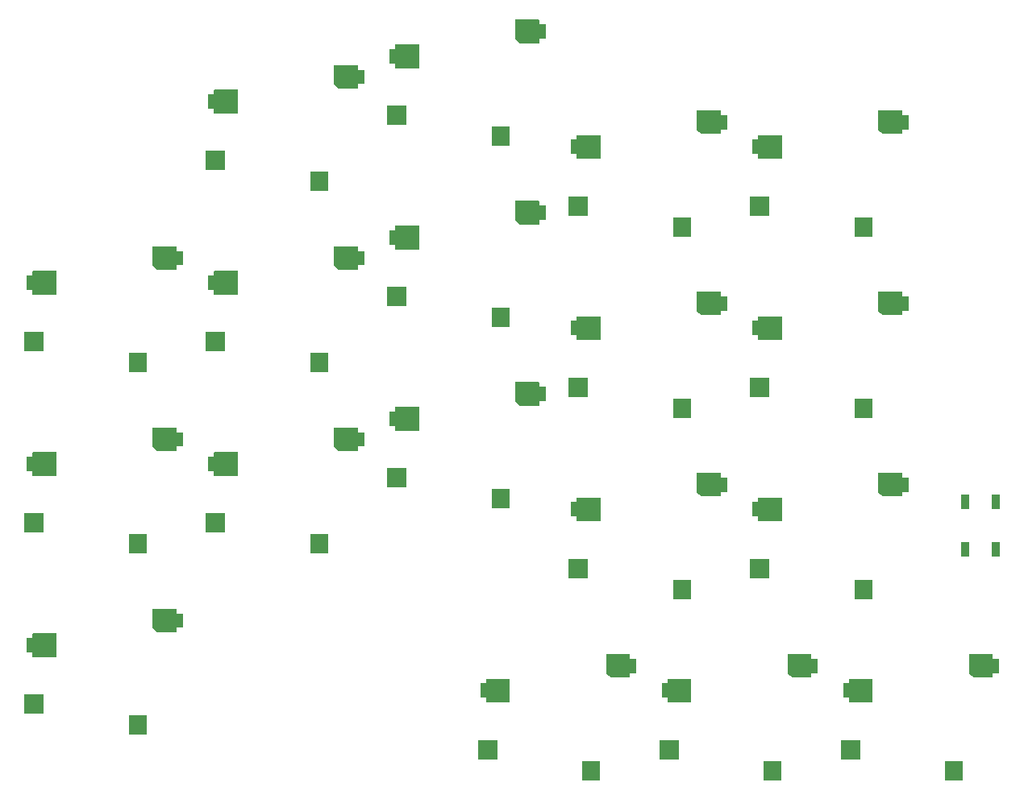
<source format=gbr>
%TF.GenerationSoftware,KiCad,Pcbnew,(5.1.6)-1*%
%TF.CreationDate,2021-05-04T17:20:08-05:00*%
%TF.ProjectId,FlatDox,466c6174-446f-4782-9e6b-696361645f70,rev?*%
%TF.SameCoordinates,Original*%
%TF.FileFunction,Paste,Bot*%
%TF.FilePolarity,Positive*%
%FSLAX46Y46*%
G04 Gerber Fmt 4.6, Leading zero omitted, Abs format (unit mm)*
G04 Created by KiCad (PCBNEW (5.1.6)-1) date 2021-05-04 17:20:08*
%MOMM*%
%LPD*%
G01*
G04 APERTURE LIST*
%ADD10C,0.100000*%
%ADD11R,1.900000X2.000000*%
%ADD12R,2.000000X2.000000*%
%ADD13R,0.899160X1.501140*%
G04 APERTURE END LIST*
D10*
%TO.C,SW15*%
G36*
X165319725Y-107281671D02*
G01*
X165329104Y-107284516D01*
X165337749Y-107289137D01*
X165345325Y-107295355D01*
X165351543Y-107302931D01*
X165356164Y-107311576D01*
X165359009Y-107320955D01*
X165359970Y-107330710D01*
X165359970Y-107780710D01*
X166059970Y-107780710D01*
X166059970Y-109280710D01*
X165359970Y-109280710D01*
X165359970Y-109730710D01*
X165359009Y-109740465D01*
X165356164Y-109749844D01*
X165351543Y-109758489D01*
X165345325Y-109766065D01*
X165337749Y-109772283D01*
X165329104Y-109776904D01*
X165319725Y-109779749D01*
X165309970Y-109780710D01*
X163409970Y-109780710D01*
X163400215Y-109779749D01*
X163390836Y-109776904D01*
X163378735Y-109769753D01*
X162878735Y-109369753D01*
X162871718Y-109362910D01*
X162866172Y-109354828D01*
X162862308Y-109345820D01*
X162860276Y-109336232D01*
X162859970Y-109330710D01*
X162859970Y-107330710D01*
X162860931Y-107320955D01*
X162863776Y-107311576D01*
X162868397Y-107302931D01*
X162874615Y-107295355D01*
X162882191Y-107289137D01*
X162890836Y-107284516D01*
X162900215Y-107281671D01*
X162909970Y-107280710D01*
X165309970Y-107280710D01*
X165319725Y-107281671D01*
G37*
G36*
X152719725Y-109881671D02*
G01*
X152729104Y-109884516D01*
X152737749Y-109889137D01*
X152745325Y-109895355D01*
X152751543Y-109902931D01*
X152756164Y-109911576D01*
X152759009Y-109920955D01*
X152759970Y-109930710D01*
X152759970Y-112330710D01*
X152759009Y-112340465D01*
X152756164Y-112349844D01*
X152751543Y-112358489D01*
X152745325Y-112366065D01*
X152737749Y-112372283D01*
X152729104Y-112376904D01*
X152719725Y-112379749D01*
X152709970Y-112380710D01*
X150309970Y-112380710D01*
X150300215Y-112379749D01*
X150290836Y-112376904D01*
X150282191Y-112372283D01*
X150274615Y-112366065D01*
X150268397Y-112358489D01*
X150263776Y-112349844D01*
X150260931Y-112340465D01*
X150259970Y-112330710D01*
X150259970Y-111880710D01*
X149659970Y-111880710D01*
X149659970Y-110380710D01*
X150259970Y-110380710D01*
X150259970Y-109930710D01*
X150260931Y-109920955D01*
X150263776Y-109911576D01*
X150268397Y-109902931D01*
X150274615Y-109895355D01*
X150282191Y-109889137D01*
X150290836Y-109884516D01*
X150300215Y-109881671D01*
X150309970Y-109880710D01*
X152709970Y-109880710D01*
X152719725Y-109881671D01*
G37*
D11*
X161309970Y-119530710D03*
D12*
X150409970Y-117330710D03*
%TD*%
D10*
%TO.C,SW9*%
G36*
X146269725Y-88231671D02*
G01*
X146279104Y-88234516D01*
X146287749Y-88239137D01*
X146295325Y-88245355D01*
X146301543Y-88252931D01*
X146306164Y-88261576D01*
X146309009Y-88270955D01*
X146309970Y-88280710D01*
X146309970Y-88730710D01*
X147009970Y-88730710D01*
X147009970Y-90230710D01*
X146309970Y-90230710D01*
X146309970Y-90680710D01*
X146309009Y-90690465D01*
X146306164Y-90699844D01*
X146301543Y-90708489D01*
X146295325Y-90716065D01*
X146287749Y-90722283D01*
X146279104Y-90726904D01*
X146269725Y-90729749D01*
X146259970Y-90730710D01*
X144359970Y-90730710D01*
X144350215Y-90729749D01*
X144340836Y-90726904D01*
X144328735Y-90719753D01*
X143828735Y-90319753D01*
X143821718Y-90312910D01*
X143816172Y-90304828D01*
X143812308Y-90295820D01*
X143810276Y-90286232D01*
X143809970Y-90280710D01*
X143809970Y-88280710D01*
X143810931Y-88270955D01*
X143813776Y-88261576D01*
X143818397Y-88252931D01*
X143824615Y-88245355D01*
X143832191Y-88239137D01*
X143840836Y-88234516D01*
X143850215Y-88231671D01*
X143859970Y-88230710D01*
X146259970Y-88230710D01*
X146269725Y-88231671D01*
G37*
G36*
X133669725Y-90831671D02*
G01*
X133679104Y-90834516D01*
X133687749Y-90839137D01*
X133695325Y-90845355D01*
X133701543Y-90852931D01*
X133706164Y-90861576D01*
X133709009Y-90870955D01*
X133709970Y-90880710D01*
X133709970Y-93280710D01*
X133709009Y-93290465D01*
X133706164Y-93299844D01*
X133701543Y-93308489D01*
X133695325Y-93316065D01*
X133687749Y-93322283D01*
X133679104Y-93326904D01*
X133669725Y-93329749D01*
X133659970Y-93330710D01*
X131259970Y-93330710D01*
X131250215Y-93329749D01*
X131240836Y-93326904D01*
X131232191Y-93322283D01*
X131224615Y-93316065D01*
X131218397Y-93308489D01*
X131213776Y-93299844D01*
X131210931Y-93290465D01*
X131209970Y-93280710D01*
X131209970Y-92830710D01*
X130609970Y-92830710D01*
X130609970Y-91330710D01*
X131209970Y-91330710D01*
X131209970Y-90880710D01*
X131210931Y-90870955D01*
X131213776Y-90861576D01*
X131218397Y-90852931D01*
X131224615Y-90845355D01*
X131232191Y-90839137D01*
X131240836Y-90834516D01*
X131250215Y-90831671D01*
X131259970Y-90830710D01*
X133659970Y-90830710D01*
X133669725Y-90831671D01*
G37*
D11*
X142259970Y-100480710D03*
D12*
X131359970Y-98280710D03*
%TD*%
D10*
%TO.C,SW17*%
G36*
X136744725Y-126331671D02*
G01*
X136754104Y-126334516D01*
X136762749Y-126339137D01*
X136770325Y-126345355D01*
X136776543Y-126352931D01*
X136781164Y-126361576D01*
X136784009Y-126370955D01*
X136784970Y-126380710D01*
X136784970Y-126830710D01*
X137484970Y-126830710D01*
X137484970Y-128330710D01*
X136784970Y-128330710D01*
X136784970Y-128780710D01*
X136784009Y-128790465D01*
X136781164Y-128799844D01*
X136776543Y-128808489D01*
X136770325Y-128816065D01*
X136762749Y-128822283D01*
X136754104Y-128826904D01*
X136744725Y-128829749D01*
X136734970Y-128830710D01*
X134834970Y-128830710D01*
X134825215Y-128829749D01*
X134815836Y-128826904D01*
X134803735Y-128819753D01*
X134303735Y-128419753D01*
X134296718Y-128412910D01*
X134291172Y-128404828D01*
X134287308Y-128395820D01*
X134285276Y-128386232D01*
X134284970Y-128380710D01*
X134284970Y-126380710D01*
X134285931Y-126370955D01*
X134288776Y-126361576D01*
X134293397Y-126352931D01*
X134299615Y-126345355D01*
X134307191Y-126339137D01*
X134315836Y-126334516D01*
X134325215Y-126331671D01*
X134334970Y-126330710D01*
X136734970Y-126330710D01*
X136744725Y-126331671D01*
G37*
G36*
X124144725Y-128931671D02*
G01*
X124154104Y-128934516D01*
X124162749Y-128939137D01*
X124170325Y-128945355D01*
X124176543Y-128952931D01*
X124181164Y-128961576D01*
X124184009Y-128970955D01*
X124184970Y-128980710D01*
X124184970Y-131380710D01*
X124184009Y-131390465D01*
X124181164Y-131399844D01*
X124176543Y-131408489D01*
X124170325Y-131416065D01*
X124162749Y-131422283D01*
X124154104Y-131426904D01*
X124144725Y-131429749D01*
X124134970Y-131430710D01*
X121734970Y-131430710D01*
X121725215Y-131429749D01*
X121715836Y-131426904D01*
X121707191Y-131422283D01*
X121699615Y-131416065D01*
X121693397Y-131408489D01*
X121688776Y-131399844D01*
X121685931Y-131390465D01*
X121684970Y-131380710D01*
X121684970Y-130930710D01*
X121084970Y-130930710D01*
X121084970Y-129430710D01*
X121684970Y-129430710D01*
X121684970Y-128980710D01*
X121685931Y-128970955D01*
X121688776Y-128961576D01*
X121693397Y-128952931D01*
X121699615Y-128945355D01*
X121707191Y-128939137D01*
X121715836Y-128934516D01*
X121725215Y-128931671D01*
X121734970Y-128930710D01*
X124134970Y-128930710D01*
X124144725Y-128931671D01*
G37*
D11*
X132734970Y-138580710D03*
D12*
X121834970Y-136380710D03*
%TD*%
D10*
%TO.C,SW8*%
G36*
X127219725Y-78706671D02*
G01*
X127229104Y-78709516D01*
X127237749Y-78714137D01*
X127245325Y-78720355D01*
X127251543Y-78727931D01*
X127256164Y-78736576D01*
X127259009Y-78745955D01*
X127259970Y-78755710D01*
X127259970Y-79205710D01*
X127959970Y-79205710D01*
X127959970Y-80705710D01*
X127259970Y-80705710D01*
X127259970Y-81155710D01*
X127259009Y-81165465D01*
X127256164Y-81174844D01*
X127251543Y-81183489D01*
X127245325Y-81191065D01*
X127237749Y-81197283D01*
X127229104Y-81201904D01*
X127219725Y-81204749D01*
X127209970Y-81205710D01*
X125309970Y-81205710D01*
X125300215Y-81204749D01*
X125290836Y-81201904D01*
X125278735Y-81194753D01*
X124778735Y-80794753D01*
X124771718Y-80787910D01*
X124766172Y-80779828D01*
X124762308Y-80770820D01*
X124760276Y-80761232D01*
X124759970Y-80755710D01*
X124759970Y-78755710D01*
X124760931Y-78745955D01*
X124763776Y-78736576D01*
X124768397Y-78727931D01*
X124774615Y-78720355D01*
X124782191Y-78714137D01*
X124790836Y-78709516D01*
X124800215Y-78706671D01*
X124809970Y-78705710D01*
X127209970Y-78705710D01*
X127219725Y-78706671D01*
G37*
G36*
X114619725Y-81306671D02*
G01*
X114629104Y-81309516D01*
X114637749Y-81314137D01*
X114645325Y-81320355D01*
X114651543Y-81327931D01*
X114656164Y-81336576D01*
X114659009Y-81345955D01*
X114659970Y-81355710D01*
X114659970Y-83755710D01*
X114659009Y-83765465D01*
X114656164Y-83774844D01*
X114651543Y-83783489D01*
X114645325Y-83791065D01*
X114637749Y-83797283D01*
X114629104Y-83801904D01*
X114619725Y-83804749D01*
X114609970Y-83805710D01*
X112209970Y-83805710D01*
X112200215Y-83804749D01*
X112190836Y-83801904D01*
X112182191Y-83797283D01*
X112174615Y-83791065D01*
X112168397Y-83783489D01*
X112163776Y-83774844D01*
X112160931Y-83765465D01*
X112159970Y-83755710D01*
X112159970Y-83305710D01*
X111559970Y-83305710D01*
X111559970Y-81805710D01*
X112159970Y-81805710D01*
X112159970Y-81355710D01*
X112160931Y-81345955D01*
X112163776Y-81336576D01*
X112168397Y-81327931D01*
X112174615Y-81320355D01*
X112182191Y-81314137D01*
X112190836Y-81309516D01*
X112200215Y-81306671D01*
X112209970Y-81305710D01*
X114609970Y-81305710D01*
X114619725Y-81306671D01*
G37*
D11*
X123209970Y-90955710D03*
D12*
X112309970Y-88755710D03*
%TD*%
D10*
%TO.C,SW4*%
G36*
X146269725Y-69181671D02*
G01*
X146279104Y-69184516D01*
X146287749Y-69189137D01*
X146295325Y-69195355D01*
X146301543Y-69202931D01*
X146306164Y-69211576D01*
X146309009Y-69220955D01*
X146309970Y-69230710D01*
X146309970Y-69680710D01*
X147009970Y-69680710D01*
X147009970Y-71180710D01*
X146309970Y-71180710D01*
X146309970Y-71630710D01*
X146309009Y-71640465D01*
X146306164Y-71649844D01*
X146301543Y-71658489D01*
X146295325Y-71666065D01*
X146287749Y-71672283D01*
X146279104Y-71676904D01*
X146269725Y-71679749D01*
X146259970Y-71680710D01*
X144359970Y-71680710D01*
X144350215Y-71679749D01*
X144340836Y-71676904D01*
X144328735Y-71669753D01*
X143828735Y-71269753D01*
X143821718Y-71262910D01*
X143816172Y-71254828D01*
X143812308Y-71245820D01*
X143810276Y-71236232D01*
X143809970Y-71230710D01*
X143809970Y-69230710D01*
X143810931Y-69220955D01*
X143813776Y-69211576D01*
X143818397Y-69202931D01*
X143824615Y-69195355D01*
X143832191Y-69189137D01*
X143840836Y-69184516D01*
X143850215Y-69181671D01*
X143859970Y-69180710D01*
X146259970Y-69180710D01*
X146269725Y-69181671D01*
G37*
G36*
X133669725Y-71781671D02*
G01*
X133679104Y-71784516D01*
X133687749Y-71789137D01*
X133695325Y-71795355D01*
X133701543Y-71802931D01*
X133706164Y-71811576D01*
X133709009Y-71820955D01*
X133709970Y-71830710D01*
X133709970Y-74230710D01*
X133709009Y-74240465D01*
X133706164Y-74249844D01*
X133701543Y-74258489D01*
X133695325Y-74266065D01*
X133687749Y-74272283D01*
X133679104Y-74276904D01*
X133669725Y-74279749D01*
X133659970Y-74280710D01*
X131259970Y-74280710D01*
X131250215Y-74279749D01*
X131240836Y-74276904D01*
X131232191Y-74272283D01*
X131224615Y-74266065D01*
X131218397Y-74258489D01*
X131213776Y-74249844D01*
X131210931Y-74240465D01*
X131209970Y-74230710D01*
X131209970Y-73780710D01*
X130609970Y-73780710D01*
X130609970Y-72280710D01*
X131209970Y-72280710D01*
X131209970Y-71830710D01*
X131210931Y-71820955D01*
X131213776Y-71811576D01*
X131218397Y-71802931D01*
X131224615Y-71795355D01*
X131232191Y-71789137D01*
X131240836Y-71784516D01*
X131250215Y-71781671D01*
X131259970Y-71780710D01*
X133659970Y-71780710D01*
X133669725Y-71781671D01*
G37*
D11*
X142259970Y-81430710D03*
D12*
X131359970Y-79230710D03*
%TD*%
D10*
%TO.C,SW18*%
G36*
X155794725Y-126331671D02*
G01*
X155804104Y-126334516D01*
X155812749Y-126339137D01*
X155820325Y-126345355D01*
X155826543Y-126352931D01*
X155831164Y-126361576D01*
X155834009Y-126370955D01*
X155834970Y-126380710D01*
X155834970Y-126830710D01*
X156534970Y-126830710D01*
X156534970Y-128330710D01*
X155834970Y-128330710D01*
X155834970Y-128780710D01*
X155834009Y-128790465D01*
X155831164Y-128799844D01*
X155826543Y-128808489D01*
X155820325Y-128816065D01*
X155812749Y-128822283D01*
X155804104Y-128826904D01*
X155794725Y-128829749D01*
X155784970Y-128830710D01*
X153884970Y-128830710D01*
X153875215Y-128829749D01*
X153865836Y-128826904D01*
X153853735Y-128819753D01*
X153353735Y-128419753D01*
X153346718Y-128412910D01*
X153341172Y-128404828D01*
X153337308Y-128395820D01*
X153335276Y-128386232D01*
X153334970Y-128380710D01*
X153334970Y-126380710D01*
X153335931Y-126370955D01*
X153338776Y-126361576D01*
X153343397Y-126352931D01*
X153349615Y-126345355D01*
X153357191Y-126339137D01*
X153365836Y-126334516D01*
X153375215Y-126331671D01*
X153384970Y-126330710D01*
X155784970Y-126330710D01*
X155794725Y-126331671D01*
G37*
G36*
X143194725Y-128931671D02*
G01*
X143204104Y-128934516D01*
X143212749Y-128939137D01*
X143220325Y-128945355D01*
X143226543Y-128952931D01*
X143231164Y-128961576D01*
X143234009Y-128970955D01*
X143234970Y-128980710D01*
X143234970Y-131380710D01*
X143234009Y-131390465D01*
X143231164Y-131399844D01*
X143226543Y-131408489D01*
X143220325Y-131416065D01*
X143212749Y-131422283D01*
X143204104Y-131426904D01*
X143194725Y-131429749D01*
X143184970Y-131430710D01*
X140784970Y-131430710D01*
X140775215Y-131429749D01*
X140765836Y-131426904D01*
X140757191Y-131422283D01*
X140749615Y-131416065D01*
X140743397Y-131408489D01*
X140738776Y-131399844D01*
X140735931Y-131390465D01*
X140734970Y-131380710D01*
X140734970Y-130930710D01*
X140134970Y-130930710D01*
X140134970Y-129430710D01*
X140734970Y-129430710D01*
X140734970Y-128980710D01*
X140735931Y-128970955D01*
X140738776Y-128961576D01*
X140743397Y-128952931D01*
X140749615Y-128945355D01*
X140757191Y-128939137D01*
X140765836Y-128934516D01*
X140775215Y-128931671D01*
X140784970Y-128930710D01*
X143184970Y-128930710D01*
X143194725Y-128931671D01*
G37*
D11*
X151784970Y-138580710D03*
D12*
X140884970Y-136380710D03*
%TD*%
D10*
%TO.C,SW5*%
G36*
X165319725Y-69181671D02*
G01*
X165329104Y-69184516D01*
X165337749Y-69189137D01*
X165345325Y-69195355D01*
X165351543Y-69202931D01*
X165356164Y-69211576D01*
X165359009Y-69220955D01*
X165359970Y-69230710D01*
X165359970Y-69680710D01*
X166059970Y-69680710D01*
X166059970Y-71180710D01*
X165359970Y-71180710D01*
X165359970Y-71630710D01*
X165359009Y-71640465D01*
X165356164Y-71649844D01*
X165351543Y-71658489D01*
X165345325Y-71666065D01*
X165337749Y-71672283D01*
X165329104Y-71676904D01*
X165319725Y-71679749D01*
X165309970Y-71680710D01*
X163409970Y-71680710D01*
X163400215Y-71679749D01*
X163390836Y-71676904D01*
X163378735Y-71669753D01*
X162878735Y-71269753D01*
X162871718Y-71262910D01*
X162866172Y-71254828D01*
X162862308Y-71245820D01*
X162860276Y-71236232D01*
X162859970Y-71230710D01*
X162859970Y-69230710D01*
X162860931Y-69220955D01*
X162863776Y-69211576D01*
X162868397Y-69202931D01*
X162874615Y-69195355D01*
X162882191Y-69189137D01*
X162890836Y-69184516D01*
X162900215Y-69181671D01*
X162909970Y-69180710D01*
X165309970Y-69180710D01*
X165319725Y-69181671D01*
G37*
G36*
X152719725Y-71781671D02*
G01*
X152729104Y-71784516D01*
X152737749Y-71789137D01*
X152745325Y-71795355D01*
X152751543Y-71802931D01*
X152756164Y-71811576D01*
X152759009Y-71820955D01*
X152759970Y-71830710D01*
X152759970Y-74230710D01*
X152759009Y-74240465D01*
X152756164Y-74249844D01*
X152751543Y-74258489D01*
X152745325Y-74266065D01*
X152737749Y-74272283D01*
X152729104Y-74276904D01*
X152719725Y-74279749D01*
X152709970Y-74280710D01*
X150309970Y-74280710D01*
X150300215Y-74279749D01*
X150290836Y-74276904D01*
X150282191Y-74272283D01*
X150274615Y-74266065D01*
X150268397Y-74258489D01*
X150263776Y-74249844D01*
X150260931Y-74240465D01*
X150259970Y-74230710D01*
X150259970Y-73780710D01*
X149659970Y-73780710D01*
X149659970Y-72280710D01*
X150259970Y-72280710D01*
X150259970Y-71830710D01*
X150260931Y-71820955D01*
X150263776Y-71811576D01*
X150268397Y-71802931D01*
X150274615Y-71795355D01*
X150282191Y-71789137D01*
X150290836Y-71784516D01*
X150300215Y-71781671D01*
X150309970Y-71780710D01*
X152709970Y-71780710D01*
X152719725Y-71781671D01*
G37*
D11*
X161309970Y-81430710D03*
D12*
X150409970Y-79230710D03*
%TD*%
D10*
%TO.C,SW12*%
G36*
X108169725Y-102519171D02*
G01*
X108179104Y-102522016D01*
X108187749Y-102526637D01*
X108195325Y-102532855D01*
X108201543Y-102540431D01*
X108206164Y-102549076D01*
X108209009Y-102558455D01*
X108209970Y-102568210D01*
X108209970Y-103018210D01*
X108909970Y-103018210D01*
X108909970Y-104518210D01*
X108209970Y-104518210D01*
X108209970Y-104968210D01*
X108209009Y-104977965D01*
X108206164Y-104987344D01*
X108201543Y-104995989D01*
X108195325Y-105003565D01*
X108187749Y-105009783D01*
X108179104Y-105014404D01*
X108169725Y-105017249D01*
X108159970Y-105018210D01*
X106259970Y-105018210D01*
X106250215Y-105017249D01*
X106240836Y-105014404D01*
X106228735Y-105007253D01*
X105728735Y-104607253D01*
X105721718Y-104600410D01*
X105716172Y-104592328D01*
X105712308Y-104583320D01*
X105710276Y-104573732D01*
X105709970Y-104568210D01*
X105709970Y-102568210D01*
X105710931Y-102558455D01*
X105713776Y-102549076D01*
X105718397Y-102540431D01*
X105724615Y-102532855D01*
X105732191Y-102526637D01*
X105740836Y-102522016D01*
X105750215Y-102519171D01*
X105759970Y-102518210D01*
X108159970Y-102518210D01*
X108169725Y-102519171D01*
G37*
G36*
X95569725Y-105119171D02*
G01*
X95579104Y-105122016D01*
X95587749Y-105126637D01*
X95595325Y-105132855D01*
X95601543Y-105140431D01*
X95606164Y-105149076D01*
X95609009Y-105158455D01*
X95609970Y-105168210D01*
X95609970Y-107568210D01*
X95609009Y-107577965D01*
X95606164Y-107587344D01*
X95601543Y-107595989D01*
X95595325Y-107603565D01*
X95587749Y-107609783D01*
X95579104Y-107614404D01*
X95569725Y-107617249D01*
X95559970Y-107618210D01*
X93159970Y-107618210D01*
X93150215Y-107617249D01*
X93140836Y-107614404D01*
X93132191Y-107609783D01*
X93124615Y-107603565D01*
X93118397Y-107595989D01*
X93113776Y-107587344D01*
X93110931Y-107577965D01*
X93109970Y-107568210D01*
X93109970Y-107118210D01*
X92509970Y-107118210D01*
X92509970Y-105618210D01*
X93109970Y-105618210D01*
X93109970Y-105168210D01*
X93110931Y-105158455D01*
X93113776Y-105149076D01*
X93118397Y-105140431D01*
X93124615Y-105132855D01*
X93132191Y-105126637D01*
X93140836Y-105122016D01*
X93150215Y-105119171D01*
X93159970Y-105118210D01*
X95559970Y-105118210D01*
X95569725Y-105119171D01*
G37*
D11*
X104159970Y-114768210D03*
D12*
X93259970Y-112568210D03*
%TD*%
D10*
%TO.C,SW14*%
G36*
X146269725Y-107281671D02*
G01*
X146279104Y-107284516D01*
X146287749Y-107289137D01*
X146295325Y-107295355D01*
X146301543Y-107302931D01*
X146306164Y-107311576D01*
X146309009Y-107320955D01*
X146309970Y-107330710D01*
X146309970Y-107780710D01*
X147009970Y-107780710D01*
X147009970Y-109280710D01*
X146309970Y-109280710D01*
X146309970Y-109730710D01*
X146309009Y-109740465D01*
X146306164Y-109749844D01*
X146301543Y-109758489D01*
X146295325Y-109766065D01*
X146287749Y-109772283D01*
X146279104Y-109776904D01*
X146269725Y-109779749D01*
X146259970Y-109780710D01*
X144359970Y-109780710D01*
X144350215Y-109779749D01*
X144340836Y-109776904D01*
X144328735Y-109769753D01*
X143828735Y-109369753D01*
X143821718Y-109362910D01*
X143816172Y-109354828D01*
X143812308Y-109345820D01*
X143810276Y-109336232D01*
X143809970Y-109330710D01*
X143809970Y-107330710D01*
X143810931Y-107320955D01*
X143813776Y-107311576D01*
X143818397Y-107302931D01*
X143824615Y-107295355D01*
X143832191Y-107289137D01*
X143840836Y-107284516D01*
X143850215Y-107281671D01*
X143859970Y-107280710D01*
X146259970Y-107280710D01*
X146269725Y-107281671D01*
G37*
G36*
X133669725Y-109881671D02*
G01*
X133679104Y-109884516D01*
X133687749Y-109889137D01*
X133695325Y-109895355D01*
X133701543Y-109902931D01*
X133706164Y-109911576D01*
X133709009Y-109920955D01*
X133709970Y-109930710D01*
X133709970Y-112330710D01*
X133709009Y-112340465D01*
X133706164Y-112349844D01*
X133701543Y-112358489D01*
X133695325Y-112366065D01*
X133687749Y-112372283D01*
X133679104Y-112376904D01*
X133669725Y-112379749D01*
X133659970Y-112380710D01*
X131259970Y-112380710D01*
X131250215Y-112379749D01*
X131240836Y-112376904D01*
X131232191Y-112372283D01*
X131224615Y-112366065D01*
X131218397Y-112358489D01*
X131213776Y-112349844D01*
X131210931Y-112340465D01*
X131209970Y-112330710D01*
X131209970Y-111880710D01*
X130609970Y-111880710D01*
X130609970Y-110380710D01*
X131209970Y-110380710D01*
X131209970Y-109930710D01*
X131210931Y-109920955D01*
X131213776Y-109911576D01*
X131218397Y-109902931D01*
X131224615Y-109895355D01*
X131232191Y-109889137D01*
X131240836Y-109884516D01*
X131250215Y-109881671D01*
X131259970Y-109880710D01*
X133659970Y-109880710D01*
X133669725Y-109881671D01*
G37*
D11*
X142259970Y-119530710D03*
D12*
X131359970Y-117330710D03*
%TD*%
D10*
%TO.C,SW6*%
G36*
X89119725Y-102519171D02*
G01*
X89129104Y-102522016D01*
X89137749Y-102526637D01*
X89145325Y-102532855D01*
X89151543Y-102540431D01*
X89156164Y-102549076D01*
X89159009Y-102558455D01*
X89159970Y-102568210D01*
X89159970Y-103018210D01*
X89859970Y-103018210D01*
X89859970Y-104518210D01*
X89159970Y-104518210D01*
X89159970Y-104968210D01*
X89159009Y-104977965D01*
X89156164Y-104987344D01*
X89151543Y-104995989D01*
X89145325Y-105003565D01*
X89137749Y-105009783D01*
X89129104Y-105014404D01*
X89119725Y-105017249D01*
X89109970Y-105018210D01*
X87209970Y-105018210D01*
X87200215Y-105017249D01*
X87190836Y-105014404D01*
X87178735Y-105007253D01*
X86678735Y-104607253D01*
X86671718Y-104600410D01*
X86666172Y-104592328D01*
X86662308Y-104583320D01*
X86660276Y-104573732D01*
X86659970Y-104568210D01*
X86659970Y-102568210D01*
X86660931Y-102558455D01*
X86663776Y-102549076D01*
X86668397Y-102540431D01*
X86674615Y-102532855D01*
X86682191Y-102526637D01*
X86690836Y-102522016D01*
X86700215Y-102519171D01*
X86709970Y-102518210D01*
X89109970Y-102518210D01*
X89119725Y-102519171D01*
G37*
G36*
X76519725Y-105119171D02*
G01*
X76529104Y-105122016D01*
X76537749Y-105126637D01*
X76545325Y-105132855D01*
X76551543Y-105140431D01*
X76556164Y-105149076D01*
X76559009Y-105158455D01*
X76559970Y-105168210D01*
X76559970Y-107568210D01*
X76559009Y-107577965D01*
X76556164Y-107587344D01*
X76551543Y-107595989D01*
X76545325Y-107603565D01*
X76537749Y-107609783D01*
X76529104Y-107614404D01*
X76519725Y-107617249D01*
X76509970Y-107618210D01*
X74109970Y-107618210D01*
X74100215Y-107617249D01*
X74090836Y-107614404D01*
X74082191Y-107609783D01*
X74074615Y-107603565D01*
X74068397Y-107595989D01*
X74063776Y-107587344D01*
X74060931Y-107577965D01*
X74059970Y-107568210D01*
X74059970Y-107118210D01*
X73459970Y-107118210D01*
X73459970Y-105618210D01*
X74059970Y-105618210D01*
X74059970Y-105168210D01*
X74060931Y-105158455D01*
X74063776Y-105149076D01*
X74068397Y-105140431D01*
X74074615Y-105132855D01*
X74082191Y-105126637D01*
X74090836Y-105122016D01*
X74100215Y-105119171D01*
X74109970Y-105118210D01*
X76509970Y-105118210D01*
X76519725Y-105119171D01*
G37*
D11*
X85109970Y-114768210D03*
D12*
X74209970Y-112568210D03*
%TD*%
D10*
%TO.C,SW13*%
G36*
X127219725Y-97756671D02*
G01*
X127229104Y-97759516D01*
X127237749Y-97764137D01*
X127245325Y-97770355D01*
X127251543Y-97777931D01*
X127256164Y-97786576D01*
X127259009Y-97795955D01*
X127259970Y-97805710D01*
X127259970Y-98255710D01*
X127959970Y-98255710D01*
X127959970Y-99755710D01*
X127259970Y-99755710D01*
X127259970Y-100205710D01*
X127259009Y-100215465D01*
X127256164Y-100224844D01*
X127251543Y-100233489D01*
X127245325Y-100241065D01*
X127237749Y-100247283D01*
X127229104Y-100251904D01*
X127219725Y-100254749D01*
X127209970Y-100255710D01*
X125309970Y-100255710D01*
X125300215Y-100254749D01*
X125290836Y-100251904D01*
X125278735Y-100244753D01*
X124778735Y-99844753D01*
X124771718Y-99837910D01*
X124766172Y-99829828D01*
X124762308Y-99820820D01*
X124760276Y-99811232D01*
X124759970Y-99805710D01*
X124759970Y-97805710D01*
X124760931Y-97795955D01*
X124763776Y-97786576D01*
X124768397Y-97777931D01*
X124774615Y-97770355D01*
X124782191Y-97764137D01*
X124790836Y-97759516D01*
X124800215Y-97756671D01*
X124809970Y-97755710D01*
X127209970Y-97755710D01*
X127219725Y-97756671D01*
G37*
G36*
X114619725Y-100356671D02*
G01*
X114629104Y-100359516D01*
X114637749Y-100364137D01*
X114645325Y-100370355D01*
X114651543Y-100377931D01*
X114656164Y-100386576D01*
X114659009Y-100395955D01*
X114659970Y-100405710D01*
X114659970Y-102805710D01*
X114659009Y-102815465D01*
X114656164Y-102824844D01*
X114651543Y-102833489D01*
X114645325Y-102841065D01*
X114637749Y-102847283D01*
X114629104Y-102851904D01*
X114619725Y-102854749D01*
X114609970Y-102855710D01*
X112209970Y-102855710D01*
X112200215Y-102854749D01*
X112190836Y-102851904D01*
X112182191Y-102847283D01*
X112174615Y-102841065D01*
X112168397Y-102833489D01*
X112163776Y-102824844D01*
X112160931Y-102815465D01*
X112159970Y-102805710D01*
X112159970Y-102355710D01*
X111559970Y-102355710D01*
X111559970Y-100855710D01*
X112159970Y-100855710D01*
X112159970Y-100405710D01*
X112160931Y-100395955D01*
X112163776Y-100386576D01*
X112168397Y-100377931D01*
X112174615Y-100370355D01*
X112182191Y-100364137D01*
X112190836Y-100359516D01*
X112200215Y-100356671D01*
X112209970Y-100355710D01*
X114609970Y-100355710D01*
X114619725Y-100356671D01*
G37*
D11*
X123209970Y-110005710D03*
D12*
X112309970Y-107805710D03*
%TD*%
D10*
%TO.C,SW11*%
G36*
X89119725Y-121569171D02*
G01*
X89129104Y-121572016D01*
X89137749Y-121576637D01*
X89145325Y-121582855D01*
X89151543Y-121590431D01*
X89156164Y-121599076D01*
X89159009Y-121608455D01*
X89159970Y-121618210D01*
X89159970Y-122068210D01*
X89859970Y-122068210D01*
X89859970Y-123568210D01*
X89159970Y-123568210D01*
X89159970Y-124018210D01*
X89159009Y-124027965D01*
X89156164Y-124037344D01*
X89151543Y-124045989D01*
X89145325Y-124053565D01*
X89137749Y-124059783D01*
X89129104Y-124064404D01*
X89119725Y-124067249D01*
X89109970Y-124068210D01*
X87209970Y-124068210D01*
X87200215Y-124067249D01*
X87190836Y-124064404D01*
X87178735Y-124057253D01*
X86678735Y-123657253D01*
X86671718Y-123650410D01*
X86666172Y-123642328D01*
X86662308Y-123633320D01*
X86660276Y-123623732D01*
X86659970Y-123618210D01*
X86659970Y-121618210D01*
X86660931Y-121608455D01*
X86663776Y-121599076D01*
X86668397Y-121590431D01*
X86674615Y-121582855D01*
X86682191Y-121576637D01*
X86690836Y-121572016D01*
X86700215Y-121569171D01*
X86709970Y-121568210D01*
X89109970Y-121568210D01*
X89119725Y-121569171D01*
G37*
G36*
X76519725Y-124169171D02*
G01*
X76529104Y-124172016D01*
X76537749Y-124176637D01*
X76545325Y-124182855D01*
X76551543Y-124190431D01*
X76556164Y-124199076D01*
X76559009Y-124208455D01*
X76559970Y-124218210D01*
X76559970Y-126618210D01*
X76559009Y-126627965D01*
X76556164Y-126637344D01*
X76551543Y-126645989D01*
X76545325Y-126653565D01*
X76537749Y-126659783D01*
X76529104Y-126664404D01*
X76519725Y-126667249D01*
X76509970Y-126668210D01*
X74109970Y-126668210D01*
X74100215Y-126667249D01*
X74090836Y-126664404D01*
X74082191Y-126659783D01*
X74074615Y-126653565D01*
X74068397Y-126645989D01*
X74063776Y-126637344D01*
X74060931Y-126627965D01*
X74059970Y-126618210D01*
X74059970Y-126168210D01*
X73459970Y-126168210D01*
X73459970Y-124668210D01*
X74059970Y-124668210D01*
X74059970Y-124218210D01*
X74060931Y-124208455D01*
X74063776Y-124199076D01*
X74068397Y-124190431D01*
X74074615Y-124182855D01*
X74082191Y-124176637D01*
X74090836Y-124172016D01*
X74100215Y-124169171D01*
X74109970Y-124168210D01*
X76509970Y-124168210D01*
X76519725Y-124169171D01*
G37*
D11*
X85109970Y-133818210D03*
D12*
X74209970Y-131618210D03*
%TD*%
D10*
%TO.C,SW2*%
G36*
X108169725Y-64419171D02*
G01*
X108179104Y-64422016D01*
X108187749Y-64426637D01*
X108195325Y-64432855D01*
X108201543Y-64440431D01*
X108206164Y-64449076D01*
X108209009Y-64458455D01*
X108209970Y-64468210D01*
X108209970Y-64918210D01*
X108909970Y-64918210D01*
X108909970Y-66418210D01*
X108209970Y-66418210D01*
X108209970Y-66868210D01*
X108209009Y-66877965D01*
X108206164Y-66887344D01*
X108201543Y-66895989D01*
X108195325Y-66903565D01*
X108187749Y-66909783D01*
X108179104Y-66914404D01*
X108169725Y-66917249D01*
X108159970Y-66918210D01*
X106259970Y-66918210D01*
X106250215Y-66917249D01*
X106240836Y-66914404D01*
X106228735Y-66907253D01*
X105728735Y-66507253D01*
X105721718Y-66500410D01*
X105716172Y-66492328D01*
X105712308Y-66483320D01*
X105710276Y-66473732D01*
X105709970Y-66468210D01*
X105709970Y-64468210D01*
X105710931Y-64458455D01*
X105713776Y-64449076D01*
X105718397Y-64440431D01*
X105724615Y-64432855D01*
X105732191Y-64426637D01*
X105740836Y-64422016D01*
X105750215Y-64419171D01*
X105759970Y-64418210D01*
X108159970Y-64418210D01*
X108169725Y-64419171D01*
G37*
G36*
X95569725Y-67019171D02*
G01*
X95579104Y-67022016D01*
X95587749Y-67026637D01*
X95595325Y-67032855D01*
X95601543Y-67040431D01*
X95606164Y-67049076D01*
X95609009Y-67058455D01*
X95609970Y-67068210D01*
X95609970Y-69468210D01*
X95609009Y-69477965D01*
X95606164Y-69487344D01*
X95601543Y-69495989D01*
X95595325Y-69503565D01*
X95587749Y-69509783D01*
X95579104Y-69514404D01*
X95569725Y-69517249D01*
X95559970Y-69518210D01*
X93159970Y-69518210D01*
X93150215Y-69517249D01*
X93140836Y-69514404D01*
X93132191Y-69509783D01*
X93124615Y-69503565D01*
X93118397Y-69495989D01*
X93113776Y-69487344D01*
X93110931Y-69477965D01*
X93109970Y-69468210D01*
X93109970Y-69018210D01*
X92509970Y-69018210D01*
X92509970Y-67518210D01*
X93109970Y-67518210D01*
X93109970Y-67068210D01*
X93110931Y-67058455D01*
X93113776Y-67049076D01*
X93118397Y-67040431D01*
X93124615Y-67032855D01*
X93132191Y-67026637D01*
X93140836Y-67022016D01*
X93150215Y-67019171D01*
X93159970Y-67018210D01*
X95559970Y-67018210D01*
X95569725Y-67019171D01*
G37*
D11*
X104159970Y-76668210D03*
D12*
X93259970Y-74468210D03*
%TD*%
D10*
%TO.C,SW3*%
G36*
X127219725Y-59656671D02*
G01*
X127229104Y-59659516D01*
X127237749Y-59664137D01*
X127245325Y-59670355D01*
X127251543Y-59677931D01*
X127256164Y-59686576D01*
X127259009Y-59695955D01*
X127259970Y-59705710D01*
X127259970Y-60155710D01*
X127959970Y-60155710D01*
X127959970Y-61655710D01*
X127259970Y-61655710D01*
X127259970Y-62105710D01*
X127259009Y-62115465D01*
X127256164Y-62124844D01*
X127251543Y-62133489D01*
X127245325Y-62141065D01*
X127237749Y-62147283D01*
X127229104Y-62151904D01*
X127219725Y-62154749D01*
X127209970Y-62155710D01*
X125309970Y-62155710D01*
X125300215Y-62154749D01*
X125290836Y-62151904D01*
X125278735Y-62144753D01*
X124778735Y-61744753D01*
X124771718Y-61737910D01*
X124766172Y-61729828D01*
X124762308Y-61720820D01*
X124760276Y-61711232D01*
X124759970Y-61705710D01*
X124759970Y-59705710D01*
X124760931Y-59695955D01*
X124763776Y-59686576D01*
X124768397Y-59677931D01*
X124774615Y-59670355D01*
X124782191Y-59664137D01*
X124790836Y-59659516D01*
X124800215Y-59656671D01*
X124809970Y-59655710D01*
X127209970Y-59655710D01*
X127219725Y-59656671D01*
G37*
G36*
X114619725Y-62256671D02*
G01*
X114629104Y-62259516D01*
X114637749Y-62264137D01*
X114645325Y-62270355D01*
X114651543Y-62277931D01*
X114656164Y-62286576D01*
X114659009Y-62295955D01*
X114659970Y-62305710D01*
X114659970Y-64705710D01*
X114659009Y-64715465D01*
X114656164Y-64724844D01*
X114651543Y-64733489D01*
X114645325Y-64741065D01*
X114637749Y-64747283D01*
X114629104Y-64751904D01*
X114619725Y-64754749D01*
X114609970Y-64755710D01*
X112209970Y-64755710D01*
X112200215Y-64754749D01*
X112190836Y-64751904D01*
X112182191Y-64747283D01*
X112174615Y-64741065D01*
X112168397Y-64733489D01*
X112163776Y-64724844D01*
X112160931Y-64715465D01*
X112159970Y-64705710D01*
X112159970Y-64255710D01*
X111559970Y-64255710D01*
X111559970Y-62755710D01*
X112159970Y-62755710D01*
X112159970Y-62305710D01*
X112160931Y-62295955D01*
X112163776Y-62286576D01*
X112168397Y-62277931D01*
X112174615Y-62270355D01*
X112182191Y-62264137D01*
X112190836Y-62259516D01*
X112200215Y-62256671D01*
X112209970Y-62255710D01*
X114609970Y-62255710D01*
X114619725Y-62256671D01*
G37*
D11*
X123209970Y-71905710D03*
D12*
X112309970Y-69705710D03*
%TD*%
D10*
%TO.C,SW10*%
G36*
X165319725Y-88231671D02*
G01*
X165329104Y-88234516D01*
X165337749Y-88239137D01*
X165345325Y-88245355D01*
X165351543Y-88252931D01*
X165356164Y-88261576D01*
X165359009Y-88270955D01*
X165359970Y-88280710D01*
X165359970Y-88730710D01*
X166059970Y-88730710D01*
X166059970Y-90230710D01*
X165359970Y-90230710D01*
X165359970Y-90680710D01*
X165359009Y-90690465D01*
X165356164Y-90699844D01*
X165351543Y-90708489D01*
X165345325Y-90716065D01*
X165337749Y-90722283D01*
X165329104Y-90726904D01*
X165319725Y-90729749D01*
X165309970Y-90730710D01*
X163409970Y-90730710D01*
X163400215Y-90729749D01*
X163390836Y-90726904D01*
X163378735Y-90719753D01*
X162878735Y-90319753D01*
X162871718Y-90312910D01*
X162866172Y-90304828D01*
X162862308Y-90295820D01*
X162860276Y-90286232D01*
X162859970Y-90280710D01*
X162859970Y-88280710D01*
X162860931Y-88270955D01*
X162863776Y-88261576D01*
X162868397Y-88252931D01*
X162874615Y-88245355D01*
X162882191Y-88239137D01*
X162890836Y-88234516D01*
X162900215Y-88231671D01*
X162909970Y-88230710D01*
X165309970Y-88230710D01*
X165319725Y-88231671D01*
G37*
G36*
X152719725Y-90831671D02*
G01*
X152729104Y-90834516D01*
X152737749Y-90839137D01*
X152745325Y-90845355D01*
X152751543Y-90852931D01*
X152756164Y-90861576D01*
X152759009Y-90870955D01*
X152759970Y-90880710D01*
X152759970Y-93280710D01*
X152759009Y-93290465D01*
X152756164Y-93299844D01*
X152751543Y-93308489D01*
X152745325Y-93316065D01*
X152737749Y-93322283D01*
X152729104Y-93326904D01*
X152719725Y-93329749D01*
X152709970Y-93330710D01*
X150309970Y-93330710D01*
X150300215Y-93329749D01*
X150290836Y-93326904D01*
X150282191Y-93322283D01*
X150274615Y-93316065D01*
X150268397Y-93308489D01*
X150263776Y-93299844D01*
X150260931Y-93290465D01*
X150259970Y-93280710D01*
X150259970Y-92830710D01*
X149659970Y-92830710D01*
X149659970Y-91330710D01*
X150259970Y-91330710D01*
X150259970Y-90880710D01*
X150260931Y-90870955D01*
X150263776Y-90861576D01*
X150268397Y-90852931D01*
X150274615Y-90845355D01*
X150282191Y-90839137D01*
X150290836Y-90834516D01*
X150300215Y-90831671D01*
X150309970Y-90830710D01*
X152709970Y-90830710D01*
X152719725Y-90831671D01*
G37*
D11*
X161309970Y-100480710D03*
D12*
X150409970Y-98280710D03*
%TD*%
D10*
%TO.C,SW7*%
G36*
X108169725Y-83469171D02*
G01*
X108179104Y-83472016D01*
X108187749Y-83476637D01*
X108195325Y-83482855D01*
X108201543Y-83490431D01*
X108206164Y-83499076D01*
X108209009Y-83508455D01*
X108209970Y-83518210D01*
X108209970Y-83968210D01*
X108909970Y-83968210D01*
X108909970Y-85468210D01*
X108209970Y-85468210D01*
X108209970Y-85918210D01*
X108209009Y-85927965D01*
X108206164Y-85937344D01*
X108201543Y-85945989D01*
X108195325Y-85953565D01*
X108187749Y-85959783D01*
X108179104Y-85964404D01*
X108169725Y-85967249D01*
X108159970Y-85968210D01*
X106259970Y-85968210D01*
X106250215Y-85967249D01*
X106240836Y-85964404D01*
X106228735Y-85957253D01*
X105728735Y-85557253D01*
X105721718Y-85550410D01*
X105716172Y-85542328D01*
X105712308Y-85533320D01*
X105710276Y-85523732D01*
X105709970Y-85518210D01*
X105709970Y-83518210D01*
X105710931Y-83508455D01*
X105713776Y-83499076D01*
X105718397Y-83490431D01*
X105724615Y-83482855D01*
X105732191Y-83476637D01*
X105740836Y-83472016D01*
X105750215Y-83469171D01*
X105759970Y-83468210D01*
X108159970Y-83468210D01*
X108169725Y-83469171D01*
G37*
G36*
X95569725Y-86069171D02*
G01*
X95579104Y-86072016D01*
X95587749Y-86076637D01*
X95595325Y-86082855D01*
X95601543Y-86090431D01*
X95606164Y-86099076D01*
X95609009Y-86108455D01*
X95609970Y-86118210D01*
X95609970Y-88518210D01*
X95609009Y-88527965D01*
X95606164Y-88537344D01*
X95601543Y-88545989D01*
X95595325Y-88553565D01*
X95587749Y-88559783D01*
X95579104Y-88564404D01*
X95569725Y-88567249D01*
X95559970Y-88568210D01*
X93159970Y-88568210D01*
X93150215Y-88567249D01*
X93140836Y-88564404D01*
X93132191Y-88559783D01*
X93124615Y-88553565D01*
X93118397Y-88545989D01*
X93113776Y-88537344D01*
X93110931Y-88527965D01*
X93109970Y-88518210D01*
X93109970Y-88068210D01*
X92509970Y-88068210D01*
X92509970Y-86568210D01*
X93109970Y-86568210D01*
X93109970Y-86118210D01*
X93110931Y-86108455D01*
X93113776Y-86099076D01*
X93118397Y-86090431D01*
X93124615Y-86082855D01*
X93132191Y-86076637D01*
X93140836Y-86072016D01*
X93150215Y-86069171D01*
X93159970Y-86068210D01*
X95559970Y-86068210D01*
X95569725Y-86069171D01*
G37*
D11*
X104159970Y-95718210D03*
D12*
X93259970Y-93518210D03*
%TD*%
D10*
%TO.C,SW19*%
G36*
X174844725Y-126331671D02*
G01*
X174854104Y-126334516D01*
X174862749Y-126339137D01*
X174870325Y-126345355D01*
X174876543Y-126352931D01*
X174881164Y-126361576D01*
X174884009Y-126370955D01*
X174884970Y-126380710D01*
X174884970Y-126830710D01*
X175584970Y-126830710D01*
X175584970Y-128330710D01*
X174884970Y-128330710D01*
X174884970Y-128780710D01*
X174884009Y-128790465D01*
X174881164Y-128799844D01*
X174876543Y-128808489D01*
X174870325Y-128816065D01*
X174862749Y-128822283D01*
X174854104Y-128826904D01*
X174844725Y-128829749D01*
X174834970Y-128830710D01*
X172934970Y-128830710D01*
X172925215Y-128829749D01*
X172915836Y-128826904D01*
X172903735Y-128819753D01*
X172403735Y-128419753D01*
X172396718Y-128412910D01*
X172391172Y-128404828D01*
X172387308Y-128395820D01*
X172385276Y-128386232D01*
X172384970Y-128380710D01*
X172384970Y-126380710D01*
X172385931Y-126370955D01*
X172388776Y-126361576D01*
X172393397Y-126352931D01*
X172399615Y-126345355D01*
X172407191Y-126339137D01*
X172415836Y-126334516D01*
X172425215Y-126331671D01*
X172434970Y-126330710D01*
X174834970Y-126330710D01*
X174844725Y-126331671D01*
G37*
G36*
X162244725Y-128931671D02*
G01*
X162254104Y-128934516D01*
X162262749Y-128939137D01*
X162270325Y-128945355D01*
X162276543Y-128952931D01*
X162281164Y-128961576D01*
X162284009Y-128970955D01*
X162284970Y-128980710D01*
X162284970Y-131380710D01*
X162284009Y-131390465D01*
X162281164Y-131399844D01*
X162276543Y-131408489D01*
X162270325Y-131416065D01*
X162262749Y-131422283D01*
X162254104Y-131426904D01*
X162244725Y-131429749D01*
X162234970Y-131430710D01*
X159834970Y-131430710D01*
X159825215Y-131429749D01*
X159815836Y-131426904D01*
X159807191Y-131422283D01*
X159799615Y-131416065D01*
X159793397Y-131408489D01*
X159788776Y-131399844D01*
X159785931Y-131390465D01*
X159784970Y-131380710D01*
X159784970Y-130930710D01*
X159184970Y-130930710D01*
X159184970Y-129430710D01*
X159784970Y-129430710D01*
X159784970Y-128980710D01*
X159785931Y-128970955D01*
X159788776Y-128961576D01*
X159793397Y-128952931D01*
X159799615Y-128945355D01*
X159807191Y-128939137D01*
X159815836Y-128934516D01*
X159825215Y-128931671D01*
X159834970Y-128930710D01*
X162234970Y-128930710D01*
X162244725Y-128931671D01*
G37*
D11*
X170834970Y-138580710D03*
D12*
X159934970Y-136380710D03*
%TD*%
D10*
%TO.C,SW1*%
G36*
X89119725Y-83469171D02*
G01*
X89129104Y-83472016D01*
X89137749Y-83476637D01*
X89145325Y-83482855D01*
X89151543Y-83490431D01*
X89156164Y-83499076D01*
X89159009Y-83508455D01*
X89159970Y-83518210D01*
X89159970Y-83968210D01*
X89859970Y-83968210D01*
X89859970Y-85468210D01*
X89159970Y-85468210D01*
X89159970Y-85918210D01*
X89159009Y-85927965D01*
X89156164Y-85937344D01*
X89151543Y-85945989D01*
X89145325Y-85953565D01*
X89137749Y-85959783D01*
X89129104Y-85964404D01*
X89119725Y-85967249D01*
X89109970Y-85968210D01*
X87209970Y-85968210D01*
X87200215Y-85967249D01*
X87190836Y-85964404D01*
X87178735Y-85957253D01*
X86678735Y-85557253D01*
X86671718Y-85550410D01*
X86666172Y-85542328D01*
X86662308Y-85533320D01*
X86660276Y-85523732D01*
X86659970Y-85518210D01*
X86659970Y-83518210D01*
X86660931Y-83508455D01*
X86663776Y-83499076D01*
X86668397Y-83490431D01*
X86674615Y-83482855D01*
X86682191Y-83476637D01*
X86690836Y-83472016D01*
X86700215Y-83469171D01*
X86709970Y-83468210D01*
X89109970Y-83468210D01*
X89119725Y-83469171D01*
G37*
G36*
X76519725Y-86069171D02*
G01*
X76529104Y-86072016D01*
X76537749Y-86076637D01*
X76545325Y-86082855D01*
X76551543Y-86090431D01*
X76556164Y-86099076D01*
X76559009Y-86108455D01*
X76559970Y-86118210D01*
X76559970Y-88518210D01*
X76559009Y-88527965D01*
X76556164Y-88537344D01*
X76551543Y-88545989D01*
X76545325Y-88553565D01*
X76537749Y-88559783D01*
X76529104Y-88564404D01*
X76519725Y-88567249D01*
X76509970Y-88568210D01*
X74109970Y-88568210D01*
X74100215Y-88567249D01*
X74090836Y-88564404D01*
X74082191Y-88559783D01*
X74074615Y-88553565D01*
X74068397Y-88545989D01*
X74063776Y-88537344D01*
X74060931Y-88527965D01*
X74059970Y-88518210D01*
X74059970Y-88068210D01*
X73459970Y-88068210D01*
X73459970Y-86568210D01*
X74059970Y-86568210D01*
X74059970Y-86118210D01*
X74060931Y-86108455D01*
X74063776Y-86099076D01*
X74068397Y-86090431D01*
X74074615Y-86082855D01*
X74082191Y-86076637D01*
X74090836Y-86072016D01*
X74100215Y-86069171D01*
X74109970Y-86068210D01*
X76509970Y-86068210D01*
X76519725Y-86069171D01*
G37*
D11*
X85109970Y-95718210D03*
D12*
X74209970Y-93518210D03*
%TD*%
D13*
%TO.C,L2*%
X175191420Y-115336320D03*
X171991020Y-115336320D03*
X171991020Y-110337600D03*
X175191420Y-110337600D03*
%TD*%
M02*

</source>
